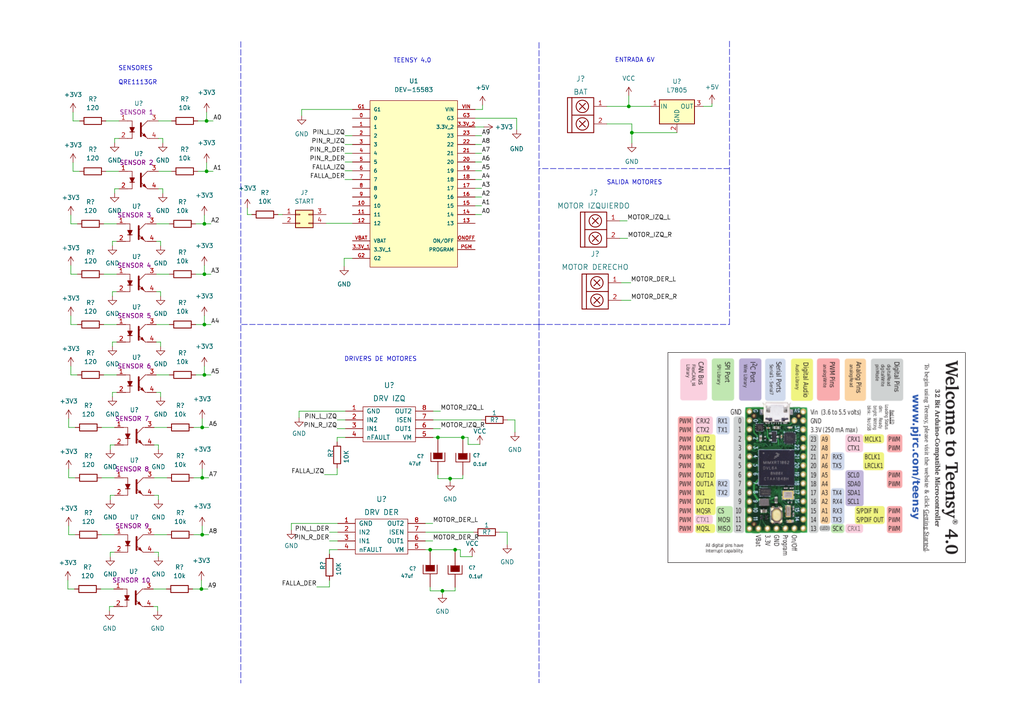
<source format=kicad_sch>
(kicad_sch (version 20211123) (generator eeschema)
  (paper "A4")
  (lib_symbols
    (symbol "+3V3_1" (power) (pin_names (offset 0))
      (property "Value" "+3V3_1" (at 0 3.556 0))
      (symbol "+3V3_1_0_1"
        (polyline (pts (xy -0.762 1.27) (xy 0 2.54)))
        (polyline (pts (xy 0 0) (xy 0 2.54)))
        (polyline (pts (xy 0 2.54) (xy 0.762 1.27)))
      )
      (symbol "+3V3_1_1_1"
        (pin power_in line (at 0 0 90) (length 0) hide (name "+3V3") (number "1"))
      )
    )
    (symbol "+3V3_2" (power) (pin_names (offset 0))
      (property "Value" "+3V3_2" (at 0 3.556 0))
      (symbol "+3V3_2_0_1"
        (polyline (pts (xy -0.762 1.27) (xy 0 2.54)))
        (polyline (pts (xy 0 0) (xy 0 2.54)))
        (polyline (pts (xy 0 2.54) (xy 0.762 1.27)))
      )
      (symbol "+3V3_2_1_1"
        (pin power_in line (at 0 0 90) (length 0) hide (name "+3V3") (number "1"))
      )
    )
    (symbol "+5V_1" (power) (pin_names (offset 0))
      (property "Value" "+5V_1" (at 0 3.556 0))
      (symbol "+5V_1_0_1"
        (polyline (pts (xy -0.762 1.27) (xy 0 2.54)))
        (polyline (pts (xy 0 0) (xy 0 2.54)))
        (polyline (pts (xy 0 2.54) (xy 0.762 1.27)))
      )
      (symbol "+5V_1_1_1"
        (pin power_in line (at 0 0 90) (length 0) hide (name "+5V") (number "1"))
      )
    )
    (symbol "+5V_2" (power) (pin_names (offset 0))
      (property "Value" "+5V_2" (at 0 3.556 0))
      (symbol "+5V_2_0_1"
        (polyline (pts (xy -0.762 1.27) (xy 0 2.54)))
        (polyline (pts (xy 0 0) (xy 0 2.54)))
        (polyline (pts (xy 0 2.54) (xy 0.762 1.27)))
      )
      (symbol "+5V_2_1_1"
        (pin power_in line (at 0 0 90) (length 0) hide (name "+5V") (number "1"))
      )
    )
    (symbol "Connector_Generic:Conn_02x02_Top_Bottom" (pin_names (offset 1.016) hide)
      (property "Reference" "J" (at 1.27 2.54 0))
      (property "Value" "Conn_02x02_Top_Bottom" (at 1.27 -5.08 0))
      (symbol "Conn_02x02_Top_Bottom_1_1"
        (rectangle (start -1.27 -2.413) (end 0 -2.667) (stroke (width 0.1524)))
        (rectangle (start -1.27 0.127) (end 0 -0.127) (stroke (width 0.1524)))
        (rectangle (start -1.27 1.27) (end 3.81 -3.81) (stroke (width 0.254)) (fill (type background)))
        (rectangle (start 3.81 -2.413) (end 2.54 -2.667) (stroke (width 0.1524)))
        (rectangle (start 3.81 0.127) (end 2.54 -0.127) (stroke (width 0.1524)))
        (pin passive line (at -5.08 0 0) (length 3.81) (name "Pin_1") (number "1"))
        (pin passive line (at -5.08 -2.54 0) (length 3.81) (name "Pin_2") (number "2"))
        (pin passive line (at 7.62 0 180) (length 3.81) (name "Pin_3") (number "3"))
        (pin passive line (at 7.62 -2.54 180) (length 3.81) (name "Pin_4") (number "4"))
      )
    )
    (symbol "DEV-15583:DEV-15583" (pin_names (offset 1.016))
      (property "Reference" "U" (at -12.7 23.622 0))
      (property "Value" "DEV-15583" (at -12.7 -27.94 0))
      (symbol "DEV-15583_0_0"
        (rectangle (start -12.7 -25.4) (end 12.7 22.86) (stroke (width 0.1524)) (fill (type background)))
        (pin bidirectional line (at -17.78 17.78 0) (length 5.08) (name "0") (number "0"))
        (pin bidirectional line (at -17.78 15.24 0) (length 5.08) (name "1") (number "1"))
        (pin bidirectional line (at -17.78 -7.62 0) (length 5.08) (name "10") (number "10"))
        (pin bidirectional line (at -17.78 -10.16 0) (length 5.08) (name "11") (number "11"))
        (pin bidirectional line (at -17.78 -12.7 0) (length 5.08) (name "12") (number "12"))
        (pin bidirectional line (at 17.78 -12.7 180) (length 5.08) (name "13") (number "13"))
        (pin bidirectional line (at 17.78 -10.16 180) (length 5.08) (name "14") (number "14"))
        (pin bidirectional line (at 17.78 -7.62 180) (length 5.08) (name "15") (number "15"))
        (pin bidirectional line (at 17.78 -5.08 180) (length 5.08) (name "16") (number "16"))
        (pin bidirectional line (at 17.78 -2.54 180) (length 5.08) (name "17") (number "17"))
        (pin bidirectional line (at 17.78 0 180) (length 5.08) (name "18") (number "18"))
        (pin bidirectional line (at 17.78 2.54 180) (length 5.08) (name "19") (number "19"))
        (pin bidirectional line (at -17.78 12.7 0) (length 5.08) (name "2") (number "2"))
        (pin bidirectional line (at 17.78 5.08 180) (length 5.08) (name "20") (number "20"))
        (pin bidirectional line (at 17.78 7.62 180) (length 5.08) (name "21") (number "21"))
        (pin bidirectional line (at 17.78 10.16 180) (length 5.08) (name "22") (number "22"))
        (pin bidirectional line (at 17.78 12.7 180) (length 5.08) (name "23") (number "23"))
        (pin bidirectional line (at -17.78 10.16 0) (length 5.08) (name "3") (number "3"))
        (pin power_in line (at -17.78 -20.32 0) (length 5.08) (name "3.3V_1") (number "3.3V_1"))
        (pin power_in line (at 17.78 15.24 180) (length 5.08) (name "3.3V_2") (number "3.3V_2"))
        (pin bidirectional line (at -17.78 7.62 0) (length 5.08) (name "4") (number "4"))
        (pin bidirectional line (at -17.78 5.08 0) (length 5.08) (name "5") (number "5"))
        (pin bidirectional line (at -17.78 2.54 0) (length 5.08) (name "6") (number "6"))
        (pin bidirectional line (at -17.78 0 0) (length 5.08) (name "7") (number "7"))
        (pin bidirectional line (at -17.78 -2.54 0) (length 5.08) (name "8") (number "8"))
        (pin bidirectional line (at -17.78 -5.08 0) (length 5.08) (name "9") (number "9"))
        (pin power_in line (at -17.78 20.32 0) (length 5.08) (name "G1") (number "G1"))
        (pin power_in line (at -17.78 -22.86 0) (length 5.08) (name "G2") (number "G2"))
        (pin power_in line (at 17.78 17.78 180) (length 5.08) (name "G3") (number "G3"))
        (pin bidirectional line (at 17.78 -17.78 180) (length 5.08) (name "ON/OFF") (number "ONOFF"))
        (pin bidirectional line (at 17.78 -20.32 180) (length 5.08) (name "PROGRAM") (number "PGM"))
        (pin power_in line (at -17.78 -17.78 0) (length 5.08) (name "VBAT") (number "VBAT"))
        (pin power_in line (at 17.78 20.32 180) (length 5.08) (name "VIN") (number "VIN"))
      )
    )
    (symbol "Device:R" (pin_numbers hide) (pin_names (offset 0))
      (property "Reference" "R" (at 2.032 0 90))
      (property "Value" "R" (at 0 0 90))
      (symbol "R_0_1"
        (rectangle (start -1.016 -2.54) (end 1.016 2.54) (stroke (width 0.254)))
      )
      (symbol "R_1_1"
        (pin passive line (at 0 3.81 270) (length 1.27) (name "~") (number "1"))
        (pin passive line (at 0 -3.81 90) (length 1.27) (name "~") (number "2"))
      )
    )
    (symbol "EESTN58:TB_1X2" (pin_names (offset 1.016))
      (property "Reference" "J" (at 0 7.62 0))
      (property "Value" "TB_1X2" (at 1.27 -7.62 0))
      (symbol "TB_1X2_0_1"
        (rectangle (start -2.54 5.08) (end 5.08 -5.08) (stroke (width 0.254)))
        (polyline (pts (xy -1.27 0) (xy 5.08 0)) (stroke (width 0.254)))
        (polyline (pts (xy -1.27 5.08) (xy -1.27 -5.08)) (stroke (width 0.254)))
        (polyline (pts (xy 0.889 -3.429) (xy 2.667 -1.651)) (stroke (width 0.254)))
        (polyline (pts (xy 0.889 -1.651) (xy 2.667 -3.429)) (stroke (width 0.254)))
        (polyline (pts (xy 0.889 1.651) (xy 2.667 3.429)) (stroke (width 0.254)))
        (polyline (pts (xy 0.889 3.429) (xy 2.667 1.651)) (stroke (width 0.254)))
        (circle (center 1.778 -2.54) (radius 1.8034) (stroke (width 0.254)))
        (circle (center 1.778 2.54) (radius 1.8034) (stroke (width 0.254)))
      )
      (symbol "TB_1X2_1_1"
        (pin input line (at 8.89 2.54 180) (length 3.81) (name "~") (number "1"))
        (pin input line (at 8.89 -2.54 180) (length 3.81) (name "~") (number "2"))
      )
    )
    (symbol "EESTN5:CAPAPOL" (pin_numbers hide) (pin_names (offset 0.254) hide)
      (property "Reference" "C" (at 1.27 2.54 0))
      (property "Value" "CAPAPOL" (at 1.27 -2.54 0))
      (symbol "CAPAPOL_0_1"
        (polyline (pts (xy -2.032 1.27) (xy -2.032 -1.27) (xy 2.032 -1.27) (xy 2.032 1.27)) (stroke (width 0.2032)))
        (polyline (pts (xy -1.27 1.27) (xy -1.27 -0.508) (xy 1.27 -0.508) (xy 1.27 1.27)) (fill (type outline)))
      )
      (symbol "CAPAPOL_1_1"
        (pin passive line (at 0 5.08 270) (length 3.81) (name "~") (number "1"))
        (pin passive line (at 0 -5.08 90) (length 3.81) (name "~") (number "2"))
      )
    )
    (symbol "EESTN5:DRV8872" (pin_names (offset 1.016))
      (property "Reference" "U" (at 0 6.35 0))
      (property "Value" "DRV8872" (at 0 -7.62 0))
      (symbol "DRV8872_0_1"
        (rectangle (start -7.62 5.08) (end 7.62 -5.08))
      )
      (symbol "DRV8872_1_1"
        (pin passive line (at -12.7 3.81 0) (length 5.08) (name "GND") (number "1"))
        (pin passive line (at -12.7 1.27 0) (length 5.08) (name "IN2") (number "2"))
        (pin passive line (at -12.7 -1.27 0) (length 5.08) (name "IN1") (number "3"))
        (pin passive line (at -12.7 -3.81 0) (length 5.08) (name "nFAULT") (number "4"))
        (pin passive line (at 12.7 -3.81 180) (length 5.08) (name "VM") (number "5"))
        (pin passive line (at 12.7 -1.27 180) (length 5.08) (name "OUT1") (number "6"))
        (pin passive line (at 12.7 1.27 180) (length 5.08) (name "ISEN") (number "7"))
        (pin passive line (at 12.7 3.81 180) (length 5.08) (name "OUT2") (number "8"))
      )
    )
    (symbol "EESTN5:QRE1113" (pin_names (offset 1.016))
      (property "Reference" "U" (at -5.08 5.08 0))
      (property "Datasheet" "https://www.fairchildsemi.com/products/optoelectronics/infrared/reflective-sensors/QRE1113.html" (at -1.27 0 0))
      (symbol "QRE1113_0_1"
        (rectangle (start -2.54 -2.54) (end -1.27 -2.54))
        (rectangle (start -2.54 2.54) (end -1.27 2.54))
        (rectangle (start -1.27 -2.54) (end -1.27 0))
        (rectangle (start -1.27 1.27) (end -1.27 0))
        (rectangle (start -1.27 2.54) (end -1.27 1.27))
        (polyline (pts (xy -1.905 -0.635) (xy -0.635 -0.635)) (stroke (width 0.254)))
        (polyline (pts (xy 1.27 0.635) (xy 3.175 2.54)))
        (polyline (pts (xy 3.175 -2.54) (xy 1.27 -0.635)) (fill (type outline)))
        (polyline (pts (xy 3.175 -2.54) (xy 3.81 -2.54)))
        (polyline (pts (xy 3.175 2.54) (xy 3.81 2.54)))
        (polyline (pts (xy 1.27 1.905) (xy 1.27 -1.905) (xy 1.27 -1.905)) (stroke (width 0.508)))
        (polyline (pts (xy -1.27 -0.635) (xy -1.905 0.635) (xy -0.635 0.635) (xy -1.27 -0.635)) (stroke (width 0.254)) (fill (type outline)))
        (polyline (pts (xy 1.778 -1.651) (xy 2.286 -1.143) (xy 2.794 -2.159) (xy 1.778 -1.651) (xy 1.778 -1.651)) (fill (type outline)))
      )
      (symbol "QRE1113_1_1"
        (pin passive line (at -5.08 2.54 0) (length 2.54) (name "~") (number "1"))
        (pin passive line (at -5.08 -2.54 0) (length 2.54) (name "~") (number "2"))
        (pin passive line (at 6.35 2.54 180) (length 2.54) (name "~") (number "3"))
        (pin passive line (at 6.35 -2.54 180) (length 2.54) (name "~") (number "4"))
      )
    )
    (symbol "EESvggTN5:TB_1X2" (pin_names (offset 1.016))
      (property "Reference" "J" (at 0 7.62 0))
      (property "Value" "TB_1X2" (at 1.27 -7.62 0))
      (symbol "TB_1X2_0_1"
        (rectangle (start -2.54 5.08) (end 5.08 -5.08) (stroke (width 0.254)))
        (polyline (pts (xy -1.27 0) (xy 5.08 0)) (stroke (width 0.254)))
        (polyline (pts (xy -1.27 5.08) (xy -1.27 -5.08)) (stroke (width 0.254)))
        (polyline (pts (xy 0.889 -3.429) (xy 2.667 -1.651)) (stroke (width 0.254)))
        (polyline (pts (xy 0.889 -1.651) (xy 2.667 -3.429)) (stroke (width 0.254)))
        (polyline (pts (xy 0.889 1.651) (xy 2.667 3.429)) (stroke (width 0.254)))
        (polyline (pts (xy 0.889 3.429) (xy 2.667 1.651)) (stroke (width 0.254)))
        (circle (center 1.778 -2.54) (radius 1.8034) (stroke (width 0.254)))
        (circle (center 1.778 2.54) (radius 1.8034) (stroke (width 0.254)))
      )
      (symbol "TB_1X2_1_1"
        (pin input line (at 8.89 2.54 180) (length 3.81) (name "~") (number "1"))
        (pin input line (at 8.89 -2.54 180) (length 3.81) (name "~") (number "2"))
      )
    )
    (symbol "GND_1" (power) (pin_names (offset 0))
      (property "Value" "GND_1" (at 0 -3.81 0))
      (symbol "GND_1_0_1"
        (polyline (pts (xy 0 0) (xy 0 -1.27) (xy 1.27 -1.27) (xy 0 -2.54) (xy -1.27 -1.27) (xy 0 -1.27)))
      )
      (symbol "GND_1_1_1"
        (pin power_in line (at 0 0 270) (length 0) hide (name "GND") (number "1"))
      )
    )
    (symbol "GND_2" (power) (pin_names (offset 0))
      (property "Value" "GND_2" (at 0 -3.81 0))
      (symbol "GND_2_0_1"
        (polyline (pts (xy 0 0) (xy 0 -1.27) (xy 1.27 -1.27) (xy 0 -2.54) (xy -1.27 -1.27) (xy 0 -1.27)))
      )
      (symbol "GND_2_1_1"
        (pin power_in line (at 0 0 270) (length 0) hide (name "GND") (number "1"))
      )
    )
    (symbol "GND_3" (power) (pin_names (offset 0))
      (property "Value" "GND_3" (at 0 -3.81 0))
      (symbol "GND_3_0_1"
        (polyline (pts (xy 0 0) (xy 0 -1.27) (xy 1.27 -1.27) (xy 0 -2.54) (xy -1.27 -1.27) (xy 0 -1.27)))
      )
      (symbol "GND_3_1_1"
        (pin power_in line (at 0 0 270) (length 0) hide (name "GND") (number "1"))
      )
    )
    (symbol "GND_4" (power) (pin_names (offset 0))
      (property "Value" "GND_4" (at 0 -3.81 0))
      (symbol "GND_4_0_1"
        (polyline (pts (xy 0 0) (xy 0 -1.27) (xy 1.27 -1.27) (xy 0 -2.54) (xy -1.27 -1.27) (xy 0 -1.27)))
      )
      (symbol "GND_4_1_1"
        (pin power_in line (at 0 0 270) (length 0) hide (name "GND") (number "1"))
      )
    )
    (symbol "GND_5" (power) (pin_names (offset 0))
      (property "Value" "GND_5" (at 0 -3.81 0))
      (symbol "GND_5_0_1"
        (polyline (pts (xy 0 0) (xy 0 -1.27) (xy 1.27 -1.27) (xy 0 -2.54) (xy -1.27 -1.27) (xy 0 -1.27)))
      )
      (symbol "GND_5_1_1"
        (pin power_in line (at 0 0 270) (length 0) hide (name "GND") (number "1"))
      )
    )
    (symbol "GND_6" (power) (pin_names (offset 0))
      (property "Value" "GND_6" (at 0 -3.81 0))
      (symbol "GND_6_0_1"
        (polyline (pts (xy 0 0) (xy 0 -1.27) (xy 1.27 -1.27) (xy 0 -2.54) (xy -1.27 -1.27) (xy 0 -1.27)))
      )
      (symbol "GND_6_1_1"
        (pin power_in line (at 0 0 270) (length 0) hide (name "GND") (number "1"))
      )
    )
    (symbol "GND_7" (power) (pin_names (offset 0))
      (property "Value" "GND_7" (at 0 -3.81 0))
      (symbol "GND_7_0_1"
        (polyline (pts (xy 0 0) (xy 0 -1.27) (xy 1.27 -1.27) (xy 0 -2.54) (xy -1.27 -1.27) (xy 0 -1.27)))
      )
      (symbol "GND_7_1_1"
        (pin power_in line (at 0 0 270) (length 0) hide (name "GND") (number "1"))
      )
    )
    (symbol "Regulator_Linear:L7805" (pin_names (offset 0.254))
      (property "Reference" "U" (at -3.81 3.175 0))
      (property "Value" "L7805" (at 0 3.175 0))
      (symbol "L7805_0_1"
        (rectangle (start -5.08 1.905) (end 5.08 -5.08) (stroke (width 0.254)) (fill (type background)))
      )
      (symbol "L7805_1_1"
        (pin power_in line (at -7.62 0 0) (length 2.54) (name "IN") (number "1"))
        (pin power_in line (at 0 -7.62 90) (length 2.54) (name "GND") (number "2"))
        (pin power_out line (at 7.62 0 180) (length 2.54) (name "OUT") (number "3"))
      )
    )
    (symbol "power:+3V3" (power) (pin_names (offset 0))
      (property "Value" "+3V3" (at 0 3.556 0))
      (symbol "+3V3_0_1"
        (polyline (pts (xy -0.762 1.27) (xy 0 2.54)))
        (polyline (pts (xy 0 0) (xy 0 2.54)))
        (polyline (pts (xy 0 2.54) (xy 0.762 1.27)))
      )
      (symbol "+3V3_1_1"
        (pin power_in line (at 0 0 90) (length 0) hide (name "+3V3") (number "1"))
      )
    )
    (symbol "power:GND" (power) (pin_names (offset 0))
      (property "Value" "GND" (at 0 -3.81 0))
      (symbol "GND_0_1"
        (polyline (pts (xy 0 0) (xy 0 -1.27) (xy 1.27 -1.27) (xy 0 -2.54) (xy -1.27 -1.27) (xy 0 -1.27)))
      )
      (symbol "GND_1_1"
        (pin power_in line (at 0 0 270) (length 0) hide (name "GND") (number "1"))
      )
    )
    (symbol "power:VCC" (power) (pin_names (offset 0))
      (property "Value" "VCC" (at 0 3.81 0))
      (symbol "VCC_0_1"
        (polyline (pts (xy -0.762 1.27) (xy 0 2.54)))
        (polyline (pts (xy 0 0) (xy 0 2.54)))
        (polyline (pts (xy 0 2.54) (xy 0.762 1.27)))
      )
      (symbol "VCC_1_1"
        (pin power_in line (at 0 0 90) (length 0) hide (name "VCC") (number "1"))
      )
    )
  )
  (junction (at 58.6486 138.5824))
  (junction (at 182.372 30.861))
  (junction (at 127 126.873))
  (junction (at 59.9186 35.0774))
  (junction (at 59.9186 49.6824))
  (junction (at 124.7648 159.4358))
  (junction (at 59.2836 108.7374))
  (junction (at 130.556 138.811))
  (junction (at 58.6486 123.9774))
  (junction (at 59.2836 79.5274))
  (junction (at 132.0038 159.4358))
  (junction (at 128.3208 171.3738))
  (junction (at 58.6486 155.0924))
  (junction (at 134.239 126.873))
  (junction (at 59.2836 64.9224))
  (junction (at 58.42 170.8404))
  (junction (at 59.2836 94.1324))
  (junction (at 183.261 38.481))
  (wire (pts (xy 97.79 121.793) (xy 100.203 121.793)))
  (wire (pts (xy 86.741 119.253) (xy 100.203 119.253)))
  (wire (pts (xy 34.5186 54.7624) (xy 33.2486 54.7624)))
  (wire (pts (xy 46.5836 70.0024) (xy 46.5836 71.2724)))
  (wire (pts (xy 58.6486 155.0924) (xy 56.1086 155.0924)))
  (wire (pts (xy 31.75 175.9204) (xy 31.75 177.1904)))
  (polyline (pts (xy 69.85 12.065) (xy 69.85 198.12)))
  (wire (pts (xy 21.1836 49.6824) (xy 21.1836 47.1424)))
  (wire (pts (xy 127 138.811) (xy 130.556 138.811)))
  (wire (pts (xy 22.4536 94.1324) (xy 20.5486 94.1324)))
  (wire (pts (xy 45.72 175.9204) (xy 45.72 177.1904)))
  (wire (pts (xy 19.9136 155.0924) (xy 19.9136 152.5524)))
  (wire (pts (xy 32.6136 113.8174) (xy 32.6136 115.0874)))
  (wire (pts (xy 149.352 121.793) (xy 149.352 125.349)))
  (wire (pts (xy 95.5548 168.3258) (xy 95.5548 170.2308)))
  (wire (pts (xy 206.502 30.861) (xy 206.502 30.099)))
  (wire (pts (xy 132.0038 171.3738) (xy 132.0038 170.3578)))
  (wire (pts (xy 47.2186 54.7624) (xy 47.2186 56.0324)))
  (wire (pts (xy 58.6486 123.9774) (xy 60.5536 123.9774)))
  (wire (pts (xy 134.239 127.635) (xy 134.239 126.873)))
  (wire (pts (xy 128.3208 171.3738) (xy 132.0038 171.3738)))
  (wire (pts (xy 176.022 30.861) (xy 182.372 30.861)))
  (wire (pts (xy 102.235 74.93) (xy 99.822 74.93)))
  (wire (pts (xy 32.6136 84.6074) (xy 32.6136 85.8774)))
  (wire (pts (xy 95.5548 156.8958) (xy 97.9678 156.8958)))
  (wire (pts (xy 59.2836 94.1324) (xy 61.1886 94.1324)))
  (wire (pts (xy 30.7086 35.0774) (xy 34.5186 35.0774)))
  (wire (pts (xy 20.5486 64.9224) (xy 20.5486 62.3824)))
  (wire (pts (xy 91.8718 170.2308) (xy 95.5548 170.2308)))
  (wire (pts (xy 30.7086 49.6824) (xy 34.5186 49.6824)))
  (wire (pts (xy 23.0886 49.6824) (xy 21.1836 49.6824)))
  (polyline (pts (xy 211.582 11.938) (xy 211.582 48.895)))
  (wire (pts (xy 45.3136 113.8174) (xy 46.5836 113.8174)))
  (polyline (pts (xy 211.582 94.107) (xy 211.582 48.8442)))
  (wire (pts (xy 46.5836 84.6074) (xy 46.5836 85.8774)))
  (wire (pts (xy 124.7648 170.2308) (xy 124.7648 171.3738)))
  (wire (pts (xy 20.5486 108.7374) (xy 20.5486 106.1974)))
  (wire (pts (xy 137.795 49.53) (xy 139.7 49.53)))
  (wire (pts (xy 123.3678 159.4358) (xy 124.7648 159.4358)))
  (wire (pts (xy 32.6136 70.0024) (xy 32.6136 71.2724)))
  (wire (pts (xy 125.603 119.253) (xy 127.762 119.253)))
  (wire (pts (xy 95.5548 159.4358) (xy 97.9678 159.4358)))
  (wire (pts (xy 34.5186 40.1574) (xy 33.2486 40.1574)))
  (wire (pts (xy 137.795 31.75) (xy 139.954 31.75)))
  (wire (pts (xy 128.3208 171.3738) (xy 128.3208 172.2628)))
  (wire (pts (xy 94.107 137.668) (xy 97.79 137.668)))
  (wire (pts (xy 179.7812 64.0588) (xy 181.9148 64.0588)))
  (wire (pts (xy 45.3136 108.7374) (xy 49.1236 108.7374)))
  (wire (pts (xy 102.235 46.99) (xy 100.076 46.99)))
  (wire (pts (xy 59.9186 32.5374) (xy 59.9186 35.0774)))
  (wire (pts (xy 29.4386 138.5824) (xy 33.2486 138.5824)))
  (wire (pts (xy 32.6136 99.2124) (xy 32.6136 100.4824)))
  (wire (pts (xy 30.0736 94.1324) (xy 33.8836 94.1324)))
  (wire (pts (xy 21.8186 123.9774) (xy 19.9136 123.9774)))
  (wire (pts (xy 134.239 126.873) (xy 135.763 126.873)))
  (wire (pts (xy 180.2384 87.0966) (xy 183.007 87.0966)))
  (wire (pts (xy 124.7648 159.4358) (xy 124.7648 160.0708)))
  (wire (pts (xy 19.9136 123.9774) (xy 19.9136 121.4374)))
  (wire (pts (xy 33.2486 160.1724) (xy 31.9786 160.1724)))
  (wire (pts (xy 59.9186 35.0774) (xy 61.8236 35.0774)))
  (wire (pts (xy 94.615 64.77) (xy 102.235 64.77)))
  (wire (pts (xy 132.0038 159.4358) (xy 124.7648 159.4358)))
  (wire (pts (xy 45.3136 70.0024) (xy 46.5836 70.0024)))
  (wire (pts (xy 59.2836 106.1974) (xy 59.2836 108.7374)))
  (wire (pts (xy 134.239 126.873) (xy 127 126.873)))
  (wire (pts (xy 100.076 39.37) (xy 102.235 39.37)))
  (wire (pts (xy 58.6486 138.5824) (xy 56.1086 138.5824)))
  (wire (pts (xy 20.5486 79.5274) (xy 20.5486 76.9874)))
  (wire (pts (xy 45.9486 40.1574) (xy 47.2186 40.1574)))
  (wire (pts (xy 137.795 39.37) (xy 139.7254 39.37)))
  (wire (pts (xy 132.0038 160.1978) (xy 132.0038 159.4358)))
  (wire (pts (xy 19.9136 138.5824) (xy 19.9136 136.0424)))
  (polyline (pts (xy 211.582 48.895) (xy 156.337 48.895)))
  (wire (pts (xy 31.9786 129.0574) (xy 31.9786 130.3274)))
  (wire (pts (xy 59.2836 108.7374) (xy 56.7436 108.7374)))
  (wire (pts (xy 45.9486 35.0774) (xy 49.7586 35.0774)))
  (wire (pts (xy 144.9578 154.3558) (xy 147.1168 154.3558)))
  (wire (pts (xy 22.4536 64.9224) (xy 20.5486 64.9224)))
  (polyline (pts (xy 156.337 12.319) (xy 156.337 94.107)))
  (wire (pts (xy 46.5836 113.8174) (xy 46.5836 115.0874)))
  (wire (pts (xy 149.86 34.29) (xy 149.86 37.592)))
  (wire (pts (xy 29.21 170.8404) (xy 33.02 170.8404)))
  (wire (pts (xy 44.6786 129.0574) (xy 45.9486 129.0574)))
  (wire (pts (xy 59.2836 64.9224) (xy 61.1886 64.9224)))
  (wire (pts (xy 31.9786 143.6624) (xy 31.9786 144.9324)))
  (wire (pts (xy 139.954 30.48) (xy 139.954 31.75)))
  (wire (pts (xy 183.261 35.941) (xy 176.022 35.941)))
  (wire (pts (xy 137.795 52.07) (xy 139.7 52.07)))
  (wire (pts (xy 97.79 124.333) (xy 100.203 124.333)))
  (wire (pts (xy 45.9486 129.0574) (xy 45.9486 130.3274)))
  (wire (pts (xy 71.755 62.23) (xy 73.025 62.23)))
  (wire (pts (xy 137.795 41.91) (xy 139.7 41.91)))
  (wire (pts (xy 97.79 128.143) (xy 97.79 126.873)))
  (wire (pts (xy 45.3136 84.6074) (xy 46.5836 84.6074)))
  (wire (pts (xy 45.9486 160.1724) (xy 45.9486 161.4424)))
  (wire (pts (xy 137.795 36.83) (xy 140.335 36.83)))
  (polyline (pts (xy 156.337 94.107) (xy 156.337 197.993)))
  (wire (pts (xy 58.6486 138.5824) (xy 60.5536 138.5824)))
  (wire (pts (xy 33.2486 143.6624) (xy 31.9786 143.6624)))
  (polyline (pts (xy 156.337 94.107) (xy 69.85 94.107)))
  (wire (pts (xy 58.6486 121.4374) (xy 58.6486 123.9774)))
  (wire (pts (xy 59.2836 64.9224) (xy 56.7436 64.9224)))
  (wire (pts (xy 135.763 126.873) (xy 135.763 128.905)))
  (wire (pts (xy 182.372 30.861) (xy 188.722 30.861)))
  (wire (pts (xy 95.5548 160.7058) (xy 95.5548 159.4358)))
  (wire (pts (xy 124.7648 171.3738) (xy 128.3208 171.3738)))
  (wire (pts (xy 97.79 126.873) (xy 100.203 126.873)))
  (wire (pts (xy 33.8836 84.6074) (xy 32.6136 84.6074)))
  (wire (pts (xy 137.795 59.69) (xy 139.7 59.69)))
  (wire (pts (xy 123.3678 151.8158) (xy 125.5268 151.8158)))
  (wire (pts (xy 29.4386 123.9774) (xy 33.2486 123.9774)))
  (wire (pts (xy 137.795 44.45) (xy 139.7 44.45)))
  (wire (pts (xy 135.763 128.905) (xy 139.192 128.905)))
  (wire (pts (xy 147.1168 154.3558) (xy 147.1168 157.9118)))
  (wire (pts (xy 33.2486 40.1574) (xy 33.2486 41.4274)))
  (wire (pts (xy 97.79 135.763) (xy 97.79 137.668)))
  (wire (pts (xy 58.42 170.8404) (xy 60.325 170.8404)))
  (wire (pts (xy 71.755 60.325) (xy 71.755 62.23)))
  (wire (pts (xy 179.7812 69.1388) (xy 182.0672 69.1388)))
  (wire (pts (xy 21.8186 155.0924) (xy 19.9136 155.0924)))
  (wire (pts (xy 45.9486 54.7624) (xy 47.2186 54.7624)))
  (wire (pts (xy 137.795 57.15) (xy 139.7 57.15)))
  (wire (pts (xy 100.0506 52.07) (xy 102.235 52.07)))
  (wire (pts (xy 127 137.668) (xy 127 138.811)))
  (wire (pts (xy 183.261 38.481) (xy 196.342 38.481)))
  (wire (pts (xy 59.9186 49.6824) (xy 57.3786 49.6824)))
  (wire (pts (xy 44.45 175.9204) (xy 45.72 175.9204)))
  (wire (pts (xy 44.6786 123.9774) (xy 48.4886 123.9774)))
  (polyline (pts (xy 156.337 197.993) (xy 156.3624 197.993)))
  (wire (pts (xy 58.42 170.8404) (xy 55.88 170.8404)))
  (wire (pts (xy 182.372 27.813) (xy 182.372 30.861)))
  (wire (pts (xy 133.5278 159.4358) (xy 133.5278 161.4678)))
  (wire (pts (xy 44.6786 138.5824) (xy 48.4886 138.5824)))
  (wire (pts (xy 33.8836 70.0024) (xy 32.6136 70.0024)))
  (wire (pts (xy 33.2486 54.7624) (xy 33.2486 56.0324)))
  (wire (pts (xy 33.8836 113.8174) (xy 32.6136 113.8174)))
  (wire (pts (xy 102.235 44.45) (xy 100.0506 44.45)))
  (wire (pts (xy 132.0038 159.4358) (xy 133.5278 159.4358)))
  (wire (pts (xy 58.6486 155.0924) (xy 60.5536 155.0924)))
  (wire (pts (xy 45.3136 64.9224) (xy 49.1236 64.9224)))
  (wire (pts (xy 183.261 38.481) (xy 183.261 35.941)))
  (wire (pts (xy 44.6786 160.1724) (xy 45.9486 160.1724)))
  (wire (pts (xy 22.4536 79.5274) (xy 20.5486 79.5274)))
  (wire (pts (xy 45.9486 143.6624) (xy 45.9486 144.9324)))
  (wire (pts (xy 59.2836 76.9874) (xy 59.2836 79.5274)))
  (wire (pts (xy 45.3136 94.1324) (xy 49.1236 94.1324)))
  (wire (pts (xy 125.603 126.873) (xy 127 126.873)))
  (wire (pts (xy 59.9186 47.1424) (xy 59.9186 49.6824)))
  (wire (pts (xy 123.3678 154.3558) (xy 137.3378 154.3558)))
  (wire (pts (xy 58.42 168.3004) (xy 58.42 170.8404)))
  (wire (pts (xy 45.9486 49.6824) (xy 49.7586 49.6824)))
  (wire (pts (xy 33.8836 99.2124) (xy 32.6136 99.2124)))
  (wire (pts (xy 127 126.873) (xy 127 127.508)))
  (wire (pts (xy 45.3136 99.2124) (xy 46.5836 99.2124)))
  (wire (pts (xy 100.076 49.53) (xy 102.235 49.53)))
  (wire (pts (xy 22.4536 108.7374) (xy 20.5486 108.7374)))
  (wire (pts (xy 59.2836 94.1324) (xy 56.7436 94.1324)))
  (wire (pts (xy 87.503 31.75) (xy 102.235 31.75)))
  (wire (pts (xy 59.9186 35.0774) (xy 57.3786 35.0774)))
  (wire (pts (xy 147.193 121.793) (xy 149.352 121.793)))
  (wire (pts (xy 30.0736 64.9224) (xy 33.8836 64.9224)))
  (wire (pts (xy 59.2836 108.7374) (xy 61.1886 108.7374)))
  (wire (pts (xy 59.9186 49.6824) (xy 61.8236 49.6824)))
  (wire (pts (xy 125.603 121.793) (xy 139.573 121.793)))
  (wire (pts (xy 21.8186 138.5824) (xy 19.9136 138.5824)))
  (wire (pts (xy 125.603 124.333) (xy 127.762 124.333)))
  (wire (pts (xy 21.1836 35.0774) (xy 21.1836 32.5374)))
  (wire (pts (xy 47.2186 40.1574) (xy 47.2186 41.4274)))
  (wire (pts (xy 44.6786 155.0924) (xy 48.4886 155.0924)))
  (wire (pts (xy 86.741 119.253) (xy 86.741 121.158)))
  (wire (pts (xy 99.822 74.93) (xy 99.822 77.216)))
  (wire (pts (xy 44.6786 143.6624) (xy 45.9486 143.6624)))
  (wire (pts (xy 137.795 34.29) (xy 149.86 34.29)))
  (wire (pts (xy 80.645 62.23) (xy 81.915 62.23)))
  (wire (pts (xy 59.2836 79.5274) (xy 56.7436 79.5274)))
  (wire (pts (xy 95.5548 154.3558) (xy 97.9678 154.3558)))
  (wire (pts (xy 59.2836 62.3824) (xy 59.2836 64.9224)))
  (wire (pts (xy 180.2384 82.0166) (xy 182.9562 82.0166)))
  (wire (pts (xy 58.6486 136.0424) (xy 58.6486 138.5824)))
  (wire (pts (xy 130.556 138.811) (xy 130.556 139.7)))
  (wire (pts (xy 33.2486 129.0574) (xy 31.9786 129.0574)))
  (wire (pts (xy 45.3136 79.5274) (xy 49.1236 79.5274)))
  (wire (pts (xy 46.5836 99.2124) (xy 46.5836 100.4824)))
  (wire (pts (xy 31.9786 160.1724) (xy 31.9786 161.4424)))
  (wire (pts (xy 87.503 31.75) (xy 87.503 33.528)))
  (wire (pts (xy 33.02 175.9204) (xy 31.75 175.9204)))
  (wire (pts (xy 84.5058 151.8158) (xy 84.5058 153.7208)))
  (wire (pts (xy 183.261 41.529) (xy 183.261 38.481)))
  (wire (pts (xy 100.076 41.91) (xy 102.235 41.91)))
  (wire (pts (xy 20.5486 94.1324) (xy 20.5486 91.5924)))
  (wire (pts (xy 137.795 62.23) (xy 139.7 62.23)))
  (wire (pts (xy 59.2836 79.5274) (xy 61.1886 79.5274)))
  (wire (pts (xy 21.59 170.8404) (xy 19.685 170.8404)))
  (wire (pts (xy 29.4386 155.0924) (xy 33.2486 155.0924)))
  (wire (pts (xy 58.6486 123.9774) (xy 56.1086 123.9774)))
  (wire (pts (xy 133.5278 161.4678) (xy 136.9568 161.4678)))
  (wire (pts (xy 123.3678 156.8958) (xy 125.5268 156.8958)))
  (wire (pts (xy 44.45 170.8404) (xy 48.26 170.8404)))
  (wire (pts (xy 58.6486 152.5524) (xy 58.6486 155.0924)))
  (wire (pts (xy 137.795 46.99) (xy 139.7 46.99)))
  (wire (pts (xy 203.962 30.861) (xy 206.502 30.861)))
  (wire (pts (xy 130.556 138.811) (xy 134.239 138.811)))
  (wire (pts (xy 30.0736 108.7374) (xy 33.8836 108.7374)))
  (wire (pts (xy 30.0736 79.5274) (xy 33.8836 79.5274)))
  (wire (pts (xy 19.685 170.8404) (xy 19.685 168.3004)))
  (polyline (pts (xy 156.3116 94.107) (xy 211.582 94.107)))
  (wire (pts (xy 134.239 138.811) (xy 134.239 137.795)))
  (wire (pts (xy 84.5058 151.8158) (xy 97.9678 151.8158)))
  (wire (pts (xy 59.2836 91.5924) (xy 59.2836 94.1324)))
  (wire (pts (xy 23.0886 35.0774) (xy 21.1836 35.0774)))
  (wire (pts (xy 137.795 54.61) (xy 139.7 54.61)))
  (image (at 236.855 132.715) (scale 1.88987))
  (text "SALIDA MOTORES\n" (at 175.9458 53.7718 0) (effects (font (size 1.27 1.27)) (justify left bottom)))
  (text "DRIVERS DE MOTORES\n" (at 99.822 105.0036 0) (effects (font (size 1.27 1.27)) (justify left bottom)))
  (text "TEENSY 4.0\n" (at 114.046 18.415 0) (effects (font (size 1.27 1.27)) (justify left bottom)))
  (text "SENSORES \n\nQRE1113GR" (at 34.29 24.765 0) (effects (font (size 1.27 1.27)) (justify left bottom)))
  (text "ENTRADA 6V\n\n" (at 178.308 20.32 0) (effects (font (size 1.27 1.27)) (justify left bottom)))
  (label "MOTOR_IZQ_L" (at 127.762 119.253 0))
  (label "A5" (at 139.7 49.53 0))
  (label "A9" (at 139.7254 39.37 0))
  (label "FALLA_DER" (at 91.8718 170.2308 180))
  (label "A4" (at 139.7 52.07 0))
  (label "FALLA_IZQ" (at 100.076 49.53 180))
  (label "MOTOR_DER_R" (at 183.007 87.0966 0))
  (label "A4" (at 61.1886 94.1324 0))
  (label "MOTOR_IZQ_L" (at 181.9148 64.0588 0))
  (label "PIN_L_IZQ" (at 100.076 39.37 180))
  (label "A5" (at 61.1886 108.7374 0))
  (label "A1" (at 61.8236 49.6824 0))
  (label "PIN_R_IZQ" (at 100.076 41.91 180))
  (label "PIN_L_IZQ" (at 97.79 121.793 180))
  (label "PIN_R_IZQ" (at 97.79 124.333 180))
  (label "A2" (at 61.1886 64.9224 0))
  (label "MOTOR_DER_L" (at 125.5268 151.8158 0))
  (label "MOTOR_DER_L" (at 182.9562 82.0166 0))
  (label "A3" (at 139.7 54.61 0))
  (label "MOTOR_IZQ_R" (at 127.762 124.333 0))
  (label "PIN_R_DER" (at 95.5548 156.8958 180))
  (label "A1" (at 139.7 59.69 0))
  (label "A7" (at 139.7 44.45 0))
  (label "A0" (at 61.8236 35.0774 0))
  (label "PIN_L_DER" (at 95.5548 154.3558 180))
  (label "FALLA_IZQ" (at 94.107 137.668 180))
  (label "PIN_R_DER" (at 100.076 46.99 180))
  (label "A7" (at 60.5536 138.5824 0))
  (label "A9" (at 60.325 170.8404 0))
  (label "A6" (at 60.5536 123.9774 0))
  (label "PIN_R_DER" (at 100.0506 44.45 180))
  (label "A2" (at 139.7 57.15 0))
  (label "FALLA_DER" (at 100.0506 52.07 180))
  (label "MOTOR_DER_R" (at 125.5268 156.8958 0))
  (label "A6" (at 139.7 46.99 0))
  (label "A0" (at 139.7 62.23 0))
  (label "A8" (at 139.7 41.91 0))
  (label "A8" (at 60.5536 155.0924 0))
  (label "MOTOR_IZQ_R" (at 182.0672 69.1388 0))
  (label "A3" (at 61.1886 79.5274 0))
  (symbol (lib_id "EESTN5:QRE1113") (at 38.3286 157.6324 0) (unit 1)
    (property "Reference" "U?" (at 38.9636 150.0124 0))
    (property "Value" "QRE1113" (effects hide))
    (property "Footprint" "QRE1113GR" (effects hide))
    (property "Datasheet" "SENSOR 9" (at 38.3286 152.5524 0))
  )
  (symbol (lib_id "Device:R") (at 52.9336 79.5274 90) (unit 1)
    (property "Reference" "R?" (at 52.9336 73.1774 90))
    (property "Value" "10k" (at 52.9336 75.7174 90))
  )
  (symbol (lib_name "GND_5") (lib_id "power:GND") (at 147.1168 157.9118 0) (unit 1)
    (property "Reference" "#PWR?" (effects hide))
    (property "Value" "GND" (at 147.1168 162.9918 0))
  )
  (symbol (lib_id "power:GND") (at 45.72 177.1904 0) (unit 1)
    (property "Reference" "#PWR?" (effects hide))
    (property "Value" "GND" (at 45.72 182.2704 0))
  )
  (symbol (lib_id "power:GND") (at 47.2186 41.4274 0) (unit 1)
    (property "Reference" "#PWR0117" (effects hide))
    (property "Value" "GND" (at 47.2186 46.5074 0))
  )
  (symbol (lib_id "EESTN5:CAPAPOL") (at 127 132.588 0) (unit 1)
    (property "Reference" "C?" (at 120.904 132.334 0) (effects (font (size 1.016 1.016)) (justify left)))
    (property "Value" "47uf" (at 118.491 134.493 0) (effects (font (size 1.016 1.016)) (justify left)))
  )
  (symbol (lib_id "EESTN5:QRE1113") (at 38.9636 67.4624 0) (unit 1)
    (property "Reference" "U?" (at 39.5986 59.8424 0))
    (property "Value" "QRE1113" (effects hide))
    (property "Footprint" "QRE1113GR" (effects hide))
    (property "Datasheet" "SENSOR 3" (at 38.9636 62.3824 0))
  )
  (symbol (lib_id "power:GND") (at 32.6136 85.8774 0) (unit 1)
    (property "Reference" "#PWR0110" (effects hide))
    (property "Value" "GND" (at 32.6136 90.9574 0))
  )
  (symbol (lib_id "power:GND") (at 46.5836 115.0874 0) (unit 1)
    (property "Reference" "#PWR0105" (effects hide))
    (property "Value" "GND" (at 46.5836 120.1674 0))
  )
  (symbol (lib_name "GND_1") (lib_id "power:GND") (at 183.261 41.529 0) (unit 1)
    (property "Reference" "#PWR0143" (effects hide))
    (property "Value" "GND" (at 183.261 46.863 0))
  )
  (symbol (lib_id "EESTN5:DRV8872") (at 112.903 123.063 0) (unit 1)
    (property "Reference" "U?" (at 112.903 111.76 0) (effects (font (size 1.524 1.524))))
    (property "Value" "DRV IZQ" (at 112.903 115.57 0) (effects (font (size 1.524 1.524))))
  )
  (symbol (lib_id "power:VCC") (at 136.9568 161.4678 0) (unit 1)
    (property "Reference" "#PWR?" (effects hide))
    (property "Value" "VCC" (at 136.9568 157.6578 0))
  )
  (symbol (lib_id "power:+3V3") (at 59.2836 106.1974 0) (unit 1)
    (property "Reference" "#PWR0132" (effects hide))
    (property "Value" "+3V3" (at 59.2836 100.4824 0))
  )
  (symbol (lib_id "Device:R") (at 52.2986 123.9774 90) (unit 1)
    (property "Reference" "R?" (at 52.2986 117.6274 90))
    (property "Value" "10k" (at 52.2986 120.1674 90))
  )
  (symbol (lib_id "Device:R") (at 52.9336 64.9224 90) (unit 1)
    (property "Reference" "R?" (at 52.9336 58.5724 90))
    (property "Value" "10k" (at 52.9336 61.1124 90))
  )
  (symbol (lib_id "EESTN5:CAPAPOL") (at 124.7648 165.1508 0) (unit 1)
    (property "Reference" "C?" (at 118.6688 164.8968 0) (effects (font (size 1.016 1.016)) (justify left)))
    (property "Value" "47uf" (at 116.2558 167.0558 0) (effects (font (size 1.016 1.016)) (justify left)))
  )
  (symbol (lib_id "EESTN5:QRE1113") (at 38.3286 141.1224 0) (unit 1)
    (property "Reference" "U?" (at 38.9636 133.5024 0))
    (property "Value" "QRE1113" (effects hide))
    (property "Footprint" "QRE1113GR" (effects hide))
    (property "Datasheet" "SENSOR 8" (at 38.3286 136.0424 0))
  )
  (symbol (lib_id "power:GND") (at 31.9786 161.4424 0) (unit 1)
    (property "Reference" "#PWR0126" (effects hide))
    (property "Value" "GND" (at 31.9786 166.5224 0))
  )
  (symbol (lib_id "Device:R") (at 26.8986 49.6824 90) (unit 1)
    (property "Reference" "R?" (at 26.8986 43.3324 90))
    (property "Value" "120" (at 26.8986 45.8724 90))
  )
  (symbol (lib_name "GND_6") (lib_id "power:GND") (at 84.5058 153.7208 0) (unit 1)
    (property "Reference" "#PWR?" (effects hide))
    (property "Value" "GND" (at 84.5058 158.2928 0))
  )
  (symbol (lib_id "Device:R") (at 52.9336 108.7374 90) (unit 1)
    (property "Reference" "R?" (at 52.9336 102.3874 90))
    (property "Value" "10k" (at 52.9336 104.9274 90))
  )
  (symbol (lib_id "power:GND") (at 32.6136 115.0874 0) (unit 1)
    (property "Reference" "#PWR0102" (effects hide))
    (property "Value" "GND" (at 32.6136 120.1674 0))
  )
  (symbol (lib_id "power:GND") (at 32.6136 100.4824 0) (unit 1)
    (property "Reference" "#PWR0114" (effects hide))
    (property "Value" "GND" (at 32.6136 105.5624 0))
  )
  (symbol (lib_id "power:VCC") (at 182.372 27.813 0) (unit 1)
    (property "Reference" "#PWR0141" (effects hide))
    (property "Value" "VCC" (at 182.372 22.733 0))
  )
  (symbol (lib_id "Device:R") (at 53.5686 49.6824 90) (unit 1)
    (property "Reference" "R?" (at 53.5686 43.3324 90))
    (property "Value" "10k" (at 53.5686 45.8724 90))
  )
  (symbol (lib_name "+3V3_2") (lib_id "power:+3V3") (at 71.755 60.325 0) (unit 1)
    (property "Reference" "#PWR0144" (effects hide))
    (property "Value" "+3V3" (at 71.755 54.61 0))
  )
  (symbol (lib_id "power:+3V3") (at 21.1836 47.1424 0) (unit 1)
    (property "Reference" "#PWR0118" (effects hide))
    (property "Value" "+3V3" (at 21.1836 42.0624 0))
  )
  (symbol (lib_id "EESTN5:QRE1113") (at 38.3286 126.5174 0) (unit 1)
    (property "Reference" "U?" (at 38.9636 118.8974 0))
    (property "Value" "QRE1113" (effects hide))
    (property "Footprint" "QRE1113GR" (effects hide))
    (property "Datasheet" "SENSOR 7" (at 38.3286 121.4374 0))
  )
  (symbol (lib_id "power:+3V3") (at 58.42 168.3004 0) (unit 1)
    (property "Reference" "#PWR?" (effects hide))
    (property "Value" "+3V3" (at 58.42 162.5854 0))
  )
  (symbol (lib_id "Device:R") (at 52.07 170.8404 90) (unit 1)
    (property "Reference" "R?" (at 52.07 164.4904 90))
    (property "Value" "10k" (at 52.07 167.0304 90))
  )
  (symbol (lib_name "GND_7") (lib_id "power:GND") (at 130.556 139.7 0) (unit 1)
    (property "Reference" "#PWR0149" (effects hide))
    (property "Value" "GND" (at 130.556 144.78 0))
  )
  (symbol (lib_id "power:+3V3") (at 58.6486 121.4374 0) (unit 1)
    (property "Reference" "#PWR0133" (effects hide))
    (property "Value" "+3V3" (at 58.6486 115.7224 0))
  )
  (symbol (lib_id "Device:R") (at 143.383 121.793 90) (unit 1)
    (property "Reference" "R?" (at 143.383 121.793 90))
    (property "Value" "1" (at 143.383 119.761 90))
  )
  (symbol (lib_id "Device:R") (at 97.79 131.953 180) (unit 1)
    (property "Reference" "R?" (at 95.885 131.445 90))
    (property "Value" "10K" (at 100.457 132.461 90))
  )
  (symbol (lib_id "EESTN5:CAPAPOL") (at 132.0038 165.2778 0) (unit 1)
    (property "Reference" "C?" (at 135.89 164.6428 0) (effects (font (size 1.016 1.016)) (justify left)))
    (property "Value" "0.1uf" (at 135.89 167.1828 0) (effects (font (size 1.016 1.016)) (justify left)))
  )
  (symbol (lib_id "power:+3V3") (at 20.5486 91.5924 0) (unit 1)
    (property "Reference" "#PWR0109" (effects hide))
    (property "Value" "+3V3" (at 20.5486 86.5124 0))
  )
  (symbol (lib_id "Device:R") (at 141.1478 154.3558 90) (unit 1)
    (property "Reference" "R?" (at 141.1478 154.3558 90))
    (property "Value" "1" (at 141.1478 152.3238 90))
  )
  (symbol (lib_id "Device:R") (at 53.5686 35.0774 90) (unit 1)
    (property "Reference" "R?" (at 53.5686 28.7274 90))
    (property "Value" "10k" (at 53.5686 31.2674 90))
  )
  (symbol (lib_id "power:+3V3") (at 20.5486 62.3824 0) (unit 1)
    (property "Reference" "#PWR0116" (effects hide))
    (property "Value" "+3V3" (at 20.5486 57.3024 0))
  )
  (symbol (lib_id "Device:R") (at 26.8986 35.0774 90) (unit 1)
    (property "Reference" "R?" (at 26.8986 28.7274 90))
    (property "Value" "120" (at 26.8986 31.2674 90))
  )
  (symbol (lib_name "GND_2") (lib_id "power:GND") (at 149.86 37.592 0) (unit 1)
    (property "Reference" "#PWR0147" (effects hide))
    (property "Value" "GND" (at 149.86 43.18 0))
  )
  (symbol (lib_id "power:+3V3") (at 58.6486 136.0424 0) (unit 1)
    (property "Reference" "#PWR0131" (effects hide))
    (property "Value" "+3V3" (at 58.6486 130.3274 0))
  )
  (symbol (lib_id "Device:R") (at 25.4 170.8404 90) (unit 1)
    (property "Reference" "R?" (at 25.4 164.4904 90))
    (property "Value" "120" (at 25.4 167.0304 90))
  )
  (symbol (lib_id "power:+3V3") (at 19.9136 136.0424 0) (unit 1)
    (property "Reference" "#PWR0103" (effects hide))
    (property "Value" "+3V3" (at 19.9136 130.9624 0))
  )
  (symbol (lib_id "DEV-15583:DEV-15583") (at 120.015 52.07 0) (unit 1)
    (property "Reference" "U1" (at 120.015 23.495 0))
    (property "Value" "DEV-15583" (at 120.015 26.035 0))
    (property "Footprint" "DEV-15583:MODULE_DEV-15583" (effects hide))
    (property "MAXIMUM_PACKAGE_HEIGHT" "5.87mm" (effects hide))
    (property "STANDARD" "Manufacturer Recommendations" (effects hide))
    (property "MANUFACTURER" "Sparkfun" (effects hide))
  )
  (symbol (lib_id "Device:R") (at 26.2636 108.7374 90) (unit 1)
    (property "Reference" "R?" (at 26.2636 102.3874 90))
    (property "Value" "120" (at 26.2636 104.9274 90))
  )
  (symbol (lib_id "EESTN5:QRE1113") (at 38.1 173.3804 0) (unit 1)
    (property "Reference" "U?" (at 38.735 165.7604 0))
    (property "Value" "QRE1113" (effects hide))
    (property "Footprint" "QRE1113GR" (effects hide))
    (property "Datasheet" "SENSOR 10" (at 38.1 168.3004 0))
  )
  (symbol (lib_id "power:GND") (at 32.6136 71.2724 0) (unit 1)
    (property "Reference" "#PWR0112" (effects hide))
    (property "Value" "GND" (at 32.6136 76.3524 0))
  )
  (symbol (lib_name "GND_5") (lib_id "power:GND") (at 149.352 125.349 0) (unit 1)
    (property "Reference" "#PWR0130" (effects hide))
    (property "Value" "GND" (at 149.352 130.429 0))
  )
  (symbol (lib_id "Device:R") (at 95.5548 164.5158 180) (unit 1)
    (property "Reference" "R?" (at 93.6498 164.0078 90))
    (property "Value" "10K" (at 98.2218 165.0238 90))
  )
  (symbol (lib_id "EESTN58:TB_1X2") (at 167.132 33.401 0) (unit 1)
    (property "Reference" "J?" (at 168.402 22.86 0) (effects (font (size 1.524 1.524))))
    (property "Value" "BAT" (at 168.402 26.67 0) (effects (font (size 1.524 1.524))))
  )
  (symbol (lib_id "power:+3V3") (at 21.1836 32.5374 0) (unit 1)
    (property "Reference" "#PWR0119" (effects hide))
    (property "Value" "+3V3" (at 21.1836 27.4574 0))
  )
  (symbol (lib_id "power:GND") (at 33.2486 41.4274 0) (unit 1)
    (property "Reference" "#PWR0121" (effects hide))
    (property "Value" "GND" (at 33.2486 46.5074 0))
  )
  (symbol (lib_id "Device:R") (at 25.6286 123.9774 90) (unit 1)
    (property "Reference" "R?" (at 25.6286 117.6274 90))
    (property "Value" "120" (at 25.6286 120.1674 90))
  )
  (symbol (lib_id "Device:R") (at 52.2986 138.5824 90) (unit 1)
    (property "Reference" "R?" (at 52.2986 132.2324 90))
    (property "Value" "10k" (at 52.2986 134.7724 90))
  )
  (symbol (lib_id "power:GND") (at 46.5836 100.4824 0) (unit 1)
    (property "Reference" "#PWR0115" (effects hide))
    (property "Value" "GND" (at 46.5836 105.5624 0))
  )
  (symbol (lib_id "Device:R") (at 26.2636 94.1324 90) (unit 1)
    (property "Reference" "R?" (at 26.2636 87.7824 90))
    (property "Value" "120" (at 26.2636 90.3224 90))
  )
  (symbol (lib_name "GND_6") (lib_id "power:GND") (at 86.741 121.158 0) (unit 1)
    (property "Reference" "#PWR0128" (effects hide))
    (property "Value" "GND" (at 86.741 125.73 0))
  )
  (symbol (lib_id "power:+3V3") (at 59.2836 76.9874 0) (unit 1)
    (property "Reference" "#PWR0139" (effects hide))
    (property "Value" "+3V3" (at 59.2836 71.2724 0))
  )
  (symbol (lib_id "Regulator_Linear:L7805") (at 196.342 30.861 0) (unit 1)
    (property "Reference" "U?" (at 196.342 23.622 0))
    (property "Value" "L7805" (at 196.342 26.162 0))
    (property "Datasheet" "http://www.st.com/content/ccc/resource/technical/document/datasheet/41/4f/b3/b0/12/d4/47/88/CD00000444.pdf/files/CD00000444.pdf/jcr:content/translations/en.CD00000444.pdf" (effects hide))
  )
  (symbol (lib_id "power:+3V3") (at 19.9136 152.5524 0) (unit 1)
    (property "Reference" "#PWR0123" (effects hide))
    (property "Value" "+3V3" (at 19.9136 147.4724 0))
  )
  (symbol (lib_id "power:+3V3") (at 58.6486 152.5524 0) (unit 1)
    (property "Reference" "#PWR0135" (effects hide))
    (property "Value" "+3V3" (at 58.6486 146.8374 0))
  )
  (symbol (lib_name "+5V_1") (lib_id "power:+5V") (at 206.502 30.099 0) (unit 1)
    (property "Reference" "#PWR0140" (effects hide))
    (property "Value" "+5V" (at 206.502 25.273 0))
  )
  (symbol (lib_name "+5V_2") (lib_id "power:+5V") (at 139.954 30.48 0) (unit 1)
    (property "Reference" "#PWR0142" (effects hide))
    (property "Value" "+5V" (at 139.954 25.4 0))
  )
  (symbol (lib_id "Device:R") (at 25.6286 138.5824 90) (unit 1)
    (property "Reference" "R?" (at 25.6286 132.2324 90))
    (property "Value" "120" (at 25.6286 134.7724 90))
  )
  (symbol (lib_name "GND_4") (lib_id "power:GND") (at 99.822 77.216 0) (unit 1)
    (property "Reference" "#PWR0129" (effects hide))
    (property "Value" "GND" (at 99.822 82.423 0))
  )
  (symbol (lib_id "power:+3V3") (at 59.9186 32.5374 0) (unit 1)
    (property "Reference" "#PWR0138" (effects hide))
    (property "Value" "+3V3" (at 59.9186 26.8224 0))
  )
  (symbol (lib_name "+3V3_1") (lib_id "power:+3V3") (at 140.335 36.83 270) (unit 1)
    (property "Reference" "#PWR0146" (effects hide))
    (property "Value" "+3V3" (at 143.51 36.8299 90) (effects (justify left)))
  )
  (symbol (lib_id "power:GND") (at 31.75 177.1904 0) (unit 1)
    (property "Reference" "#PWR?" (effects hide))
    (property "Value" "GND" (at 31.75 182.2704 0))
  )
  (symbol (lib_id "power:+3V3") (at 59.2836 91.5924 0) (unit 1)
    (property "Reference" "#PWR0134" (effects hide))
    (property "Value" "+3V3" (at 59.2836 85.8774 0))
  )
  (symbol (lib_id "Device:R") (at 25.6286 155.0924 90) (unit 1)
    (property "Reference" "R?" (at 25.6286 148.7424 90))
    (property "Value" "120" (at 25.6286 151.2824 90))
  )
  (symbol (lib_id "EESTN5:QRE1113") (at 38.9636 96.6724 0) (unit 1)
    (property "Reference" "U?" (at 39.5986 89.0524 0))
    (property "Value" "QRE1113" (effects hide))
    (property "Footprint" "QRE1113GR" (effects hide))
    (property "Datasheet" "SENSOR 5" (at 38.9636 91.5924 0))
  )
  (symbol (lib_id "power:GND") (at 31.9786 144.9324 0) (unit 1)
    (property "Reference" "#PWR0125" (effects hide))
    (property "Value" "GND" (at 31.9786 150.0124 0))
  )
  (symbol (lib_id "Device:R") (at 26.2636 64.9224 90) (unit 1)
    (property "Reference" "R?" (at 26.2636 58.5724 90))
    (property "Value" "120" (at 26.2636 61.1124 90))
  )
  (symbol (lib_id "EESTN5:CAPAPOL") (at 134.239 132.715 0) (unit 1)
    (property "Reference" "C?" (at 137.16 132.08 0) (effects (font (size 1.016 1.016)) (justify left)))
    (property "Value" "0.1uf" (at 137.16 134.62 0) (effects (font (size 1.016 1.016)) (justify left)))
  )
  (symbol (lib_id "Device:R") (at 26.2636 79.5274 90) (unit 1)
    (property "Reference" "R?" (at 26.2636 73.1774 90))
    (property "Value" "120" (at 26.2636 75.7174 90))
  )
  (symbol (lib_id "power:GND") (at 45.9486 161.4424 0) (unit 1)
    (property "Reference" "#PWR0127" (effects hide))
    (property "Value" "GND" (at 45.9486 166.5224 0))
  )
  (symbol (lib_id "power:GND") (at 47.2186 56.0324 0) (unit 1)
    (property "Reference" "#PWR0122" (effects hide))
    (property "Value" "GND" (at 47.2186 61.1124 0))
  )
  (symbol (lib_id "power:GND") (at 33.2486 56.0324 0) (unit 1)
    (property "Reference" "#PWR0120" (effects hide))
    (property "Value" "GND" (at 33.2486 61.1124 0))
  )
  (symbol (lib_id "EESTN5:QRE1113") (at 38.9636 111.2774 0) (unit 1)
    (property "Reference" "U?" (at 39.5986 103.6574 0))
    (property "Value" "QRE1113" (effects hide))
    (property "Footprint" "QRE1113GR" (effects hide))
    (property "Datasheet" "SENSOR 6" (at 38.9636 106.1974 0))
  )
  (symbol (lib_name "GND_7") (lib_id "power:GND") (at 128.3208 172.2628 0) (unit 1)
    (property "Reference" "#PWR?" (effects hide))
    (property "Value" "GND" (at 128.3208 177.3428 0))
  )
  (symbol (lib_id "power:GND") (at 45.9486 144.9324 0) (unit 1)
    (property "Reference" "#PWR0124" (effects hide))
    (property "Value" "GND" (at 45.9486 150.0124 0))
  )
  (symbol (lib_id "power:+3V3") (at 59.9186 47.1424 0) (unit 1)
    (property "Reference" "#PWR0137" (effects hide))
    (property "Value" "+3V3" (at 59.9186 41.4274 0))
  )
  (symbol (lib_id "Connector_Generic:Conn_02x02_Top_Bottom") (at 86.995 62.23 0) (unit 1)
    (property "Reference" "J?" (at 88.265 55.88 0))
    (property "Value" "START" (at 88.265 58.42 0))
  )
  (symbol (lib_id "power:GND") (at 46.5836 71.2724 0) (unit 1)
    (property "Reference" "#PWR0111" (effects hide))
    (property "Value" "GND" (at 46.5836 76.3524 0))
  )
  (symbol (lib_id "power:+3V3") (at 19.685 168.3004 0) (unit 1)
    (property "Reference" "#PWR?" (effects hide))
    (property "Value" "+3V3" (at 19.685 163.2204 0))
  )
  (symbol (lib_id "Device:R") (at 52.9336 94.1324 90) (unit 1)
    (property "Reference" "R?" (at 52.9336 87.7824 90))
    (property "Value" "10k" (at 52.9336 90.3224 90))
  )
  (symbol (lib_id "power:+3V3") (at 20.5486 76.9874 0) (unit 1)
    (property "Reference" "#PWR0107" (effects hide))
    (property "Value" "+3V3" (at 20.5486 71.9074 0))
  )
  (symbol (lib_name "GND_3") (lib_id "power:GND") (at 87.503 33.528 0) (unit 1)
    (property "Reference" "#PWR0145" (effects hide))
    (property "Value" "GND" (at 87.503 38.862 0))
  )
  (symbol (lib_id "power:+3V3") (at 20.5486 106.1974 0) (unit 1)
    (property "Reference" "#PWR0113" (effects hide))
    (property "Value" "+3V3" (at 20.5486 101.1174 0))
  )
  (symbol (lib_id "power:GND") (at 46.5836 85.8774 0) (unit 1)
    (property "Reference" "#PWR0108" (effects hide))
    (property "Value" "GND" (at 46.5836 90.9574 0))
  )
  (symbol (lib_id "Device:R") (at 76.835 62.23 90) (unit 1)
    (property "Reference" "R?" (at 76.835 55.88 90))
    (property "Value" "10K" (at 76.835 58.42 90))
  )
  (symbol (lib_id "Device:R") (at 52.2986 155.0924 90) (unit 1)
    (property "Reference" "R?" (at 52.2986 148.7424 90))
    (property "Value" "10k" (at 52.2986 151.2824 90))
  )
  (symbol (lib_id "EESTN5:QRE1113") (at 39.5986 52.2224 0) (unit 1)
    (property "Reference" "U?" (at 40.2336 44.6024 0))
    (property "Value" "QRE1113" (effects hide))
    (property "Footprint" "QRE1113GR" (effects hide))
    (property "Datasheet" "SENSOR 2" (at 39.5986 47.1424 0))
  )
  (symbol (lib_id "power:+3V3") (at 19.9136 121.4374 0) (unit 1)
    (property "Reference" "#PWR0101" (effects hide))
    (property "Value" "+3V3" (at 19.9136 116.3574 0))
  )
  (symbol (lib_id "EESTN5:QRE1113") (at 38.9636 82.0674 0) (unit 1)
    (property "Reference" "U?" (at 39.5986 74.4474 0))
    (property "Value" "QRE1113" (effects hide))
    (property "Footprint" "QRE1113GR" (effects hide))
    (property "Datasheet" "SENSOR 4" (at 38.9636 76.9874 0))
  )
  (symbol (lib_id "power:GND") (at 31.9786 130.3274 0) (unit 1)
    (property "Reference" "#PWR0104" (effects hide))
    (property "Value" "GND" (at 31.9786 135.4074 0))
  )
  (symbol (lib_id "EESvggTN5:TB_1X2") (at 170.8912 66.5988 0) (unit 1)
    (property "Reference" "J?" (at 172.1612 55.88 0) (effects (font (size 1.524 1.524))))
    (property "Value" "MOTOR IZQUIERDO" (at 172.1612 59.69 0) (effects (font (size 1.524 1.524))))
  )
  (symbol (lib_id "EESvggTN5:TB_1X2") (at 171.3484 84.5566 0) (unit 1)
    (property "Reference" "J?" (at 172.6184 73.66 0) (effects (font (size 1.524 1.524))))
    (property "Value" "MOTOR DERECHO" (at 172.6184 77.47 0) (effects (font (size 1.524 1.524))))
  )
  (symbol (lib_id "EESTN5:DRV8872") (at 110.6678 155.6258 0) (unit 1)
    (property "Reference" "U?" (at 110.6678 144.78 0) (effects (font (size 1.524 1.524))))
    (property "Value" "DRV DER" (at 110.6678 148.59 0) (effects (font (size 1.524 1.524))))
  )
  (symbol (lib_id "power:+3V3") (at 59.2836 62.3824 0) (unit 1)
    (property "Reference" "#PWR0136" (effects hide))
    (property "Value" "+3V3" (at 59.2836 56.6674 0))
  )
  (symbol (lib_id "power:VCC") (at 139.192 128.905 0) (unit 1)
    (property "Reference" "#PWR0148" (effects hide))
    (property "Value" "VCC" (at 139.192 125.095 0))
  )
  (symbol (lib_id "EESTN5:QRE1113") (at 39.5986 37.6174 0) (unit 1)
    (property "Reference" "U?" (at 40.2336 29.9974 0))
    (property "Value" "QRE1113" (effects hide))
    (property "Footprint" "QRE1113GR" (effects hide))
    (property "Datasheet" "SENSOR 1" (at 39.5986 32.5374 0))
  )
  (symbol (lib_id "power:GND") (at 45.9486 130.3274 0) (unit 1)
    (property "Reference" "#PWR0106" (effects hide))
    (property "Value" "GND" (at 45.9486 135.4074 0))
  )
)
</source>
